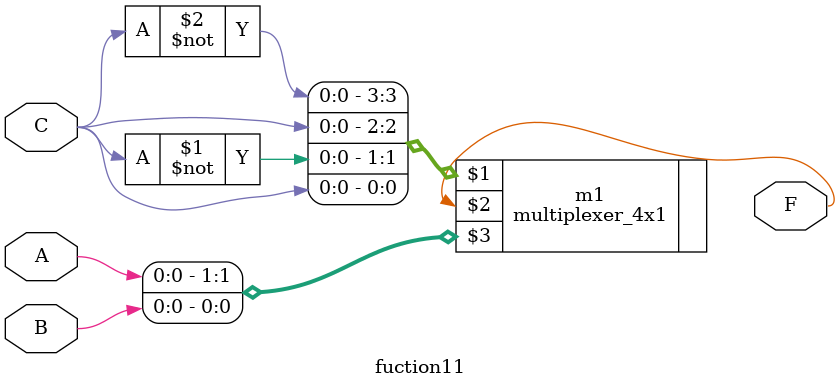
<source format=v>
module fuction11(A,B,C,F);
input A,B,C;
output F;
multiplexer_4x1 m1({~C,C,~C,C},F,{A,B});
endmodule
</source>
